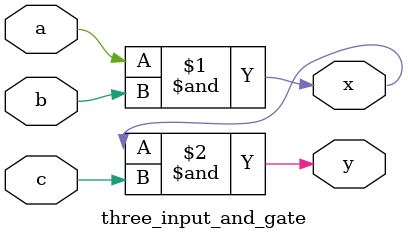
<source format=v>
`timescale 1ns / 1ps

/*
Company: Sogang University
Engineer: G_EEE3
Create Date: 2021/09/16 15:28:50
Module Name: three_input_and_gate
*/

module three_input_and_gate(
    input a, b, c,
    output x, y
    );
    
    assign x = a & b;
    assign y = x & c;
    
endmodule
</source>
